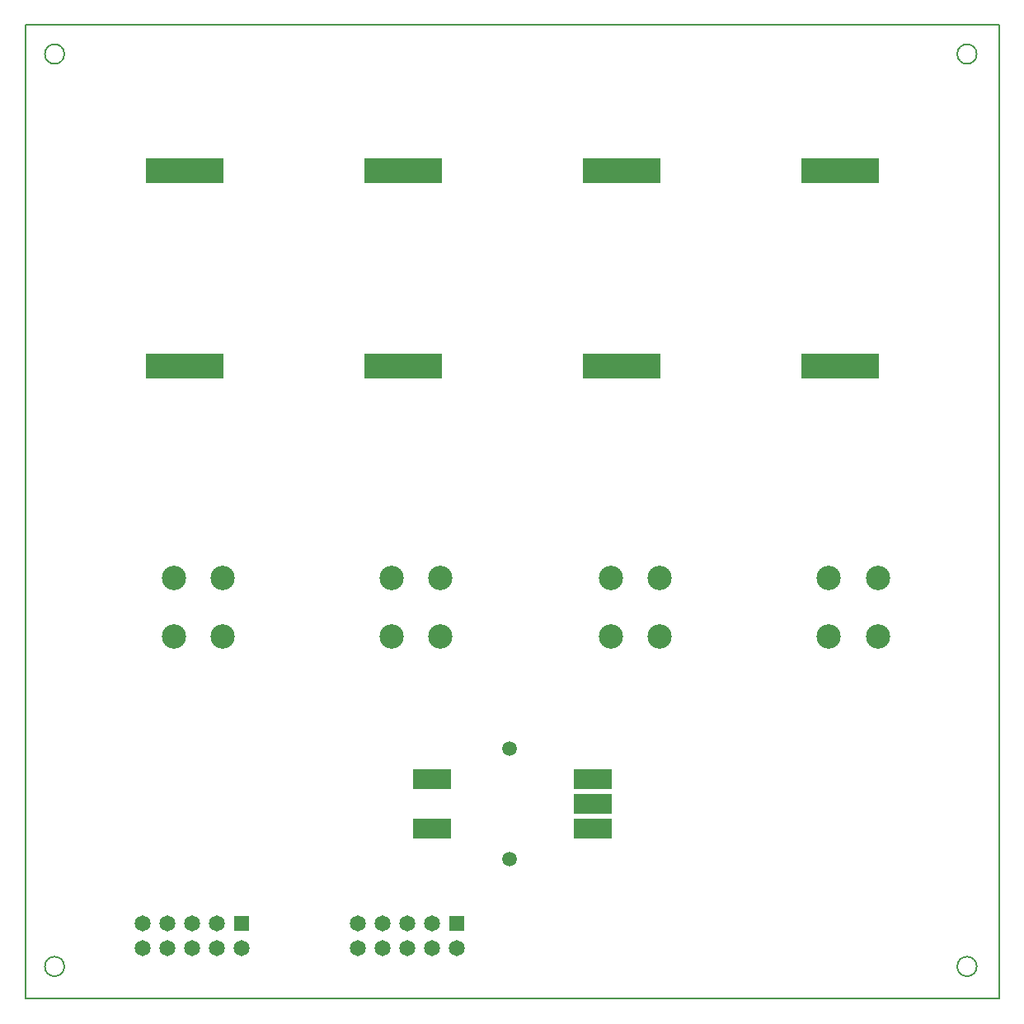
<source format=gbr>
%TF.GenerationSoftware,KiCad,Pcbnew,(5.0.0)*%
%TF.CreationDate,2020-03-23T14:18:08+01:00*%
%TF.ProjectId,Schaltplan_Modul1,536368616C74706C616E5F4D6F64756C,rev?*%
%TF.SameCoordinates,Original*%
%TF.FileFunction,Soldermask,Bot*%
%TF.FilePolarity,Negative*%
%FSLAX46Y46*%
G04 Gerber Fmt 4.6, Leading zero omitted, Abs format (unit mm)*
G04 Created by KiCad (PCBNEW (5.0.0)) date 03/23/20 14:18:08*
%MOMM*%
%LPD*%
G01*
G04 APERTURE LIST*
%ADD10C,0.200000*%
%ADD11R,1.650000X1.650000*%
%ADD12C,1.650000*%
%ADD13C,1.500000*%
%ADD14R,4.000000X2.000000*%
%ADD15C,2.500000*%
%ADD16R,8.000000X2.500000*%
G04 APERTURE END LIST*
D10*
X197695000Y-146695000D02*
G75*
G03X197695000Y-146695000I-1000000J0D01*
G01*
X197695000Y-53000000D02*
G75*
G03X197695000Y-53000000I-1000000J0D01*
G01*
X104000000Y-53000000D02*
G75*
G03X104000000Y-53000000I-1000000J0D01*
G01*
X104000000Y-146695000D02*
G75*
G03X104000000Y-146695000I-1000000J0D01*
G01*
X100000000Y-150000000D02*
X200000000Y-150000000D01*
X100000000Y-50000000D02*
X100000000Y-150000000D01*
X200000000Y-50000000D02*
X200000000Y-150000000D01*
X100000000Y-50000000D02*
X200000000Y-50000000D01*
D11*
%TO.C,J3*%
X122230000Y-142310000D03*
D12*
X122230000Y-144850000D03*
X119690000Y-142310000D03*
X119690000Y-144850000D03*
X117150000Y-142310000D03*
X117150000Y-144850000D03*
X114610000Y-142310000D03*
X114610000Y-144850000D03*
X112070000Y-142310000D03*
X112070000Y-144850000D03*
%TD*%
D11*
%TO.C,J1*%
X144304000Y-142310000D03*
D12*
X144304000Y-144850000D03*
X141764000Y-142310000D03*
X141764000Y-144850000D03*
X139224000Y-142310000D03*
X139224000Y-144850000D03*
X136684000Y-142310000D03*
X136684000Y-144850000D03*
X134144000Y-142310000D03*
X134144000Y-144850000D03*
%TD*%
D13*
%TO.C,R_POT1*%
X149750000Y-135650000D03*
X149750000Y-124350000D03*
D14*
X141750000Y-132500000D03*
X141750000Y-127500000D03*
X158250000Y-132500000D03*
X158250000Y-130000000D03*
X158250000Y-127500000D03*
%TD*%
D15*
%TO.C,J2*%
X142604998Y-106800000D03*
X137604998Y-106800000D03*
X142604998Y-112800000D03*
X137604998Y-112800000D03*
%TD*%
D16*
%TO.C,TP2*%
X116355000Y-65000000D03*
%TD*%
%TO.C,TP7*%
X138785000Y-65000000D03*
%TD*%
%TO.C,TP8*%
X138785000Y-85000000D03*
%TD*%
%TO.C,TP3*%
X183645000Y-65000000D03*
%TD*%
%TO.C,TP6*%
X161215000Y-85000000D03*
%TD*%
%TO.C,TP1*%
X116355000Y-85000000D03*
%TD*%
%TO.C,TP5*%
X183645000Y-85000000D03*
%TD*%
%TO.C,TP4*%
X161215000Y-65000000D03*
%TD*%
D15*
%TO.C,J6*%
X120232500Y-106800000D03*
X115232500Y-106800000D03*
X120232500Y-112800000D03*
X115232500Y-112800000D03*
%TD*%
%TO.C,J5*%
X165149997Y-106800000D03*
X160149997Y-106800000D03*
X165149997Y-112800000D03*
X160149997Y-112800000D03*
%TD*%
%TO.C,J4*%
X187522500Y-106800000D03*
X182522500Y-106800000D03*
X187522500Y-112800000D03*
X182522500Y-112800000D03*
%TD*%
M02*

</source>
